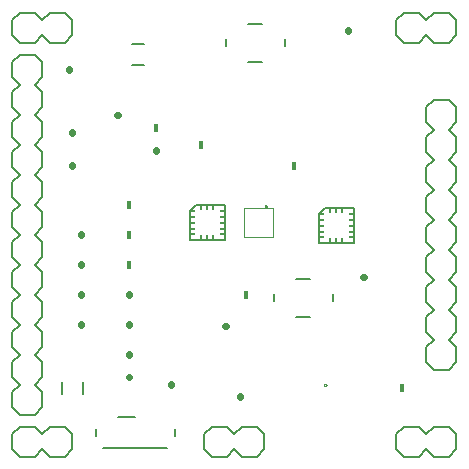
<source format=gto>
G75*
%MOIN*%
%OFA0B0*%
%FSLAX25Y25*%
%IPPOS*%
%LPD*%
%AMOC8*
5,1,8,0,0,1.08239X$1,22.5*
%
%ADD10C,0.02200*%
%ADD11C,0.00800*%
%ADD12C,0.00197*%
%ADD13R,0.01800X0.03000*%
%ADD14C,0.00157*%
%ADD15C,0.00500*%
%ADD16R,0.01378X0.00984*%
%ADD17R,0.00984X0.01378*%
D10*
X0131500Y0121880D02*
X0131500Y0122120D01*
X0131500Y0129380D02*
X0131500Y0129620D01*
X0131500Y0139380D02*
X0131500Y0139620D01*
X0131500Y0149380D02*
X0131500Y0149620D01*
X0115500Y0149620D02*
X0115500Y0149380D01*
X0115500Y0159380D02*
X0115500Y0159620D01*
X0115500Y0169380D02*
X0115500Y0169620D01*
X0112500Y0192380D02*
X0112500Y0192620D01*
X0112500Y0203380D02*
X0112500Y0203620D01*
X0127380Y0209500D02*
X0127620Y0209500D01*
X0140500Y0197620D02*
X0140500Y0197380D01*
X0111500Y0224380D02*
X0111500Y0224620D01*
X0204500Y0237380D02*
X0204500Y0237620D01*
X0209380Y0155500D02*
X0209620Y0155500D01*
X0163620Y0139000D02*
X0163380Y0139000D01*
X0145500Y0119620D02*
X0145500Y0119380D01*
X0168500Y0115620D02*
X0168500Y0115380D01*
X0115500Y0139380D02*
X0115500Y0139620D01*
D11*
X0100000Y0095500D02*
X0095000Y0095500D01*
X0092500Y0098000D01*
X0092500Y0103000D01*
X0095000Y0105500D01*
X0100000Y0105500D01*
X0102500Y0103000D01*
X0105000Y0105500D01*
X0110000Y0105500D01*
X0112500Y0103000D01*
X0112500Y0098000D01*
X0110000Y0095500D01*
X0105000Y0095500D01*
X0102500Y0098000D01*
X0100000Y0095500D01*
X0100000Y0109500D02*
X0095000Y0109500D01*
X0092500Y0112000D01*
X0092500Y0117000D01*
X0095000Y0119500D01*
X0092500Y0122000D01*
X0092500Y0127000D01*
X0095000Y0129500D01*
X0092500Y0132000D01*
X0092500Y0137000D01*
X0095000Y0139500D01*
X0092500Y0142000D01*
X0092500Y0147000D01*
X0095000Y0149500D01*
X0092500Y0152000D01*
X0092500Y0157000D01*
X0095000Y0159500D01*
X0092500Y0162000D01*
X0092500Y0167000D01*
X0095000Y0169500D01*
X0092500Y0172000D01*
X0092500Y0177000D01*
X0095000Y0179500D01*
X0092500Y0182000D01*
X0092500Y0187000D01*
X0095000Y0189500D01*
X0092500Y0192000D01*
X0092500Y0197000D01*
X0095000Y0199500D01*
X0092500Y0202000D01*
X0092500Y0207000D01*
X0095000Y0209500D01*
X0092500Y0212000D01*
X0092500Y0217000D01*
X0095000Y0219500D01*
X0092500Y0222000D01*
X0092500Y0227000D01*
X0095000Y0229500D01*
X0100000Y0229500D01*
X0102500Y0227000D01*
X0102500Y0222000D01*
X0100000Y0219500D01*
X0102500Y0217000D01*
X0102500Y0212000D01*
X0100000Y0209500D01*
X0102500Y0207000D01*
X0102500Y0202000D01*
X0100000Y0199500D01*
X0102500Y0197000D01*
X0102500Y0192000D01*
X0100000Y0189500D01*
X0102500Y0187000D01*
X0102500Y0182000D01*
X0100000Y0179500D01*
X0102500Y0177000D01*
X0102500Y0172000D01*
X0100000Y0169500D01*
X0102500Y0167000D01*
X0102500Y0162000D01*
X0100000Y0159500D01*
X0102500Y0157000D01*
X0102500Y0152000D01*
X0100000Y0149500D01*
X0102500Y0147000D01*
X0102500Y0142000D01*
X0100000Y0139500D01*
X0102500Y0137000D01*
X0102500Y0132000D01*
X0100000Y0129500D01*
X0102500Y0127000D01*
X0102500Y0122000D01*
X0100000Y0119500D01*
X0102500Y0117000D01*
X0102500Y0112000D01*
X0100000Y0109500D01*
X0109000Y0116500D02*
X0109000Y0120500D01*
X0116000Y0120500D02*
X0116000Y0116500D01*
X0120311Y0104681D02*
X0120311Y0102319D01*
X0122870Y0098382D02*
X0144130Y0098382D01*
X0146689Y0102319D02*
X0146689Y0104681D01*
X0156500Y0103000D02*
X0156500Y0098000D01*
X0159000Y0095500D01*
X0164000Y0095500D01*
X0166500Y0098000D01*
X0169000Y0095500D01*
X0174000Y0095500D01*
X0176500Y0098000D01*
X0176500Y0103000D01*
X0174000Y0105500D01*
X0169000Y0105500D01*
X0166500Y0103000D01*
X0164000Y0105500D01*
X0159000Y0105500D01*
X0156500Y0103000D01*
X0133500Y0108618D02*
X0127594Y0108618D01*
X0179657Y0147319D02*
X0179657Y0149681D01*
X0187138Y0154799D02*
X0191862Y0154799D01*
X0199343Y0149681D02*
X0199343Y0147319D01*
X0191862Y0142201D02*
X0187138Y0142201D01*
X0230500Y0142000D02*
X0230500Y0137000D01*
X0233000Y0134500D01*
X0230500Y0132000D01*
X0230500Y0127000D01*
X0233000Y0124500D01*
X0238000Y0124500D01*
X0240500Y0127000D01*
X0240500Y0132000D01*
X0238000Y0134500D01*
X0240500Y0137000D01*
X0240500Y0142000D01*
X0238000Y0144500D01*
X0240500Y0147000D01*
X0240500Y0152000D01*
X0238000Y0154500D01*
X0240500Y0157000D01*
X0240500Y0162000D01*
X0238000Y0164500D01*
X0240500Y0167000D01*
X0240500Y0172000D01*
X0238000Y0174500D01*
X0240500Y0177000D01*
X0240500Y0182000D01*
X0238000Y0184500D01*
X0240500Y0187000D01*
X0240500Y0192000D01*
X0238000Y0194500D01*
X0240500Y0197000D01*
X0240500Y0202000D01*
X0238000Y0204500D01*
X0240500Y0207000D01*
X0240500Y0212000D01*
X0238000Y0214500D01*
X0233000Y0214500D01*
X0230500Y0212000D01*
X0230500Y0207000D01*
X0233000Y0204500D01*
X0230500Y0202000D01*
X0230500Y0197000D01*
X0233000Y0194500D01*
X0230500Y0192000D01*
X0230500Y0187000D01*
X0233000Y0184500D01*
X0230500Y0182000D01*
X0230500Y0177000D01*
X0233000Y0174500D01*
X0230500Y0172000D01*
X0230500Y0167000D01*
X0233000Y0164500D01*
X0230500Y0162000D01*
X0230500Y0157000D01*
X0233000Y0154500D01*
X0230500Y0152000D01*
X0230500Y0147000D01*
X0233000Y0144500D01*
X0230500Y0142000D01*
X0228000Y0105500D02*
X0223000Y0105500D01*
X0220500Y0103000D01*
X0220500Y0098000D01*
X0223000Y0095500D01*
X0228000Y0095500D01*
X0230500Y0098000D01*
X0233000Y0095500D01*
X0238000Y0095500D01*
X0240500Y0098000D01*
X0240500Y0103000D01*
X0238000Y0105500D01*
X0233000Y0105500D01*
X0230500Y0103000D01*
X0228000Y0105500D01*
X0136500Y0226000D02*
X0132500Y0226000D01*
X0132500Y0233000D02*
X0136500Y0233000D01*
X0112500Y0236000D02*
X0112500Y0241000D01*
X0110000Y0243500D01*
X0105000Y0243500D01*
X0102500Y0241000D01*
X0100000Y0243500D01*
X0095000Y0243500D01*
X0092500Y0241000D01*
X0092500Y0236000D01*
X0095000Y0233500D01*
X0100000Y0233500D01*
X0102500Y0236000D01*
X0105000Y0233500D01*
X0110000Y0233500D01*
X0112500Y0236000D01*
X0163657Y0234681D02*
X0163657Y0232319D01*
X0171138Y0227201D02*
X0175862Y0227201D01*
X0183343Y0232319D02*
X0183343Y0234681D01*
X0175862Y0239799D02*
X0171138Y0239799D01*
X0220500Y0241000D02*
X0220500Y0236000D01*
X0223000Y0233500D01*
X0228000Y0233500D01*
X0230500Y0236000D01*
X0233000Y0233500D01*
X0238000Y0233500D01*
X0240500Y0236000D01*
X0240500Y0241000D01*
X0238000Y0243500D01*
X0233000Y0243500D01*
X0230500Y0241000D01*
X0228000Y0243500D01*
X0223000Y0243500D01*
X0220500Y0241000D01*
D12*
X0196359Y0119398D02*
X0196361Y0119440D01*
X0196367Y0119481D01*
X0196377Y0119522D01*
X0196391Y0119562D01*
X0196408Y0119600D01*
X0196429Y0119636D01*
X0196453Y0119670D01*
X0196481Y0119702D01*
X0196511Y0119731D01*
X0196544Y0119756D01*
X0196579Y0119779D01*
X0196616Y0119798D01*
X0196655Y0119814D01*
X0196695Y0119826D01*
X0196736Y0119834D01*
X0196778Y0119838D01*
X0196820Y0119838D01*
X0196862Y0119834D01*
X0196903Y0119826D01*
X0196943Y0119814D01*
X0196982Y0119798D01*
X0197019Y0119779D01*
X0197054Y0119756D01*
X0197087Y0119731D01*
X0197117Y0119702D01*
X0197145Y0119670D01*
X0197169Y0119636D01*
X0197190Y0119600D01*
X0197207Y0119562D01*
X0197221Y0119522D01*
X0197231Y0119481D01*
X0197237Y0119440D01*
X0197239Y0119398D01*
X0197237Y0119356D01*
X0197231Y0119315D01*
X0197221Y0119274D01*
X0197207Y0119234D01*
X0197190Y0119196D01*
X0197169Y0119160D01*
X0197145Y0119126D01*
X0197117Y0119094D01*
X0197087Y0119065D01*
X0197054Y0119040D01*
X0197019Y0119017D01*
X0196982Y0118998D01*
X0196943Y0118982D01*
X0196903Y0118970D01*
X0196862Y0118962D01*
X0196820Y0118958D01*
X0196778Y0118958D01*
X0196736Y0118962D01*
X0196695Y0118970D01*
X0196655Y0118982D01*
X0196616Y0118998D01*
X0196579Y0119017D01*
X0196544Y0119040D01*
X0196511Y0119065D01*
X0196481Y0119094D01*
X0196453Y0119126D01*
X0196429Y0119160D01*
X0196408Y0119196D01*
X0196391Y0119234D01*
X0196377Y0119274D01*
X0196367Y0119315D01*
X0196361Y0119356D01*
X0196359Y0119398D01*
D13*
X0222500Y0118500D03*
X0170500Y0149500D03*
X0131500Y0159500D03*
X0131500Y0169500D03*
X0131500Y0179500D03*
X0155500Y0199500D03*
X0140500Y0205000D03*
X0186500Y0192500D03*
D14*
X0179421Y0178421D02*
X0169579Y0178421D01*
X0169579Y0168579D01*
X0179421Y0168579D01*
X0179421Y0178421D01*
D15*
X0176889Y0178963D02*
X0176891Y0178994D01*
X0176897Y0179025D01*
X0176906Y0179055D01*
X0176920Y0179083D01*
X0176937Y0179109D01*
X0176956Y0179133D01*
X0176979Y0179155D01*
X0177005Y0179173D01*
X0177032Y0179188D01*
X0177061Y0179200D01*
X0177091Y0179208D01*
X0177122Y0179212D01*
X0177154Y0179212D01*
X0177185Y0179208D01*
X0177215Y0179200D01*
X0177244Y0179188D01*
X0177271Y0179173D01*
X0177297Y0179155D01*
X0177320Y0179133D01*
X0177339Y0179109D01*
X0177356Y0179083D01*
X0177370Y0179055D01*
X0177379Y0179025D01*
X0177385Y0178994D01*
X0177387Y0178963D01*
X0177385Y0178932D01*
X0177379Y0178901D01*
X0177370Y0178871D01*
X0177356Y0178843D01*
X0177339Y0178817D01*
X0177320Y0178793D01*
X0177297Y0178771D01*
X0177271Y0178753D01*
X0177244Y0178738D01*
X0177215Y0178726D01*
X0177185Y0178718D01*
X0177154Y0178714D01*
X0177122Y0178714D01*
X0177091Y0178718D01*
X0177061Y0178726D01*
X0177032Y0178738D01*
X0177005Y0178753D01*
X0176979Y0178771D01*
X0176956Y0178793D01*
X0176937Y0178817D01*
X0176920Y0178843D01*
X0176906Y0178871D01*
X0176897Y0178901D01*
X0176891Y0178932D01*
X0176889Y0178963D01*
X0163406Y0179406D02*
X0163406Y0167594D01*
X0151594Y0167594D01*
X0151594Y0177437D01*
X0153563Y0179406D01*
X0163406Y0179406D01*
X0194594Y0176437D02*
X0194594Y0166594D01*
X0206406Y0166594D01*
X0206406Y0178406D01*
X0196563Y0178406D01*
X0194594Y0176437D01*
D16*
X0195677Y0176437D03*
X0195677Y0174469D03*
X0195677Y0172500D03*
X0195677Y0170531D03*
X0195677Y0168563D03*
X0205323Y0168563D03*
X0205323Y0170531D03*
X0205323Y0172500D03*
X0205323Y0174469D03*
X0205323Y0176437D03*
X0162323Y0175469D03*
X0162323Y0177437D03*
X0162323Y0173500D03*
X0162323Y0171531D03*
X0162323Y0169563D03*
X0152677Y0169563D03*
X0152677Y0171531D03*
X0152677Y0173500D03*
X0152677Y0175469D03*
X0152677Y0177437D03*
D17*
X0155531Y0178323D03*
X0157500Y0178323D03*
X0159469Y0178323D03*
X0159469Y0168677D03*
X0157500Y0168677D03*
X0155531Y0168677D03*
X0198531Y0167677D03*
X0200500Y0167677D03*
X0202469Y0167677D03*
X0202469Y0177323D03*
X0200500Y0177323D03*
X0198531Y0177323D03*
M02*

</source>
